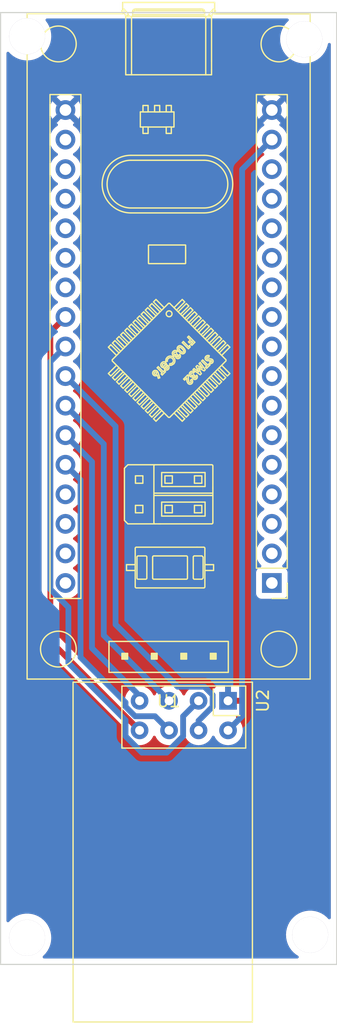
<source format=kicad_pcb>
(kicad_pcb (version 20211014) (generator pcbnew)
  (layers (0 "F.Cu" signal) (31 "B.Cu" signal) (34 "B.Paste" user) (35 "F.Paste" user) (36 "B.SilkS" user "B.Silkscreen") (37 "F.SilkS" user "F.Silkscreen") (38 "B.Mask" user) (39 "F.Mask" user) (44 "Edge.Cuts" user))
  (net 0 "")
  (net 22 "GND")
  (net 23 "+3V3")
  (net 24 "Net-(U2-Pad8)")
  (net 25 "Net-(U2-Pad3)")
  (net 26 "Net-(U2-Pad4)")
  (net 27 "Net-(U2-Pad5)")
  (net 28 "Net-(U2-Pad6)")
  (net 29 "Net-(U2-Pad7)")
  (footprint "RF_Module:nRF24L01_Breakout" (layer "F.Cu") (at 107.987 117.556 -90)
    (fp_text reference "U2" (at 0 -3 90) (layer "F.SilkS"))
    (fp_text value "NRF24L01_Breakout")
    (pad "1" thru_hole rect (at 0 0 270) (size 1.524 1.524) (drill 0.762) (layers *.Cu *.Mask) (net 22 "GND"))
    (pad "2" thru_hole circle (at 2.54 0 270) (size 1.524 1.524) (drill 0.762) (layers *.Cu *.Mask) (net 23 "+3V3"))
    (pad "3" thru_hole circle (at 0 2.54 270) (size 1.524 1.524) (drill 0.762) (layers *.Cu *.Mask) (net 25 "Net-(U2-Pad3)"))
    (pad "4" thru_hole circle (at 2.54 2.54 270) (size 1.524 1.524) (drill 0.762) (layers *.Cu *.Mask) (net 26 "Net-(U2-Pad4)"))
    (pad "5" thru_hole circle (at 0 5.08 270) (size 1.524 1.524) (drill 0.762) (layers *.Cu *.Mask) (net 27 "Net-(U2-Pad5)"))
    (pad "6" thru_hole circle (at 2.54 5.08 270) (size 1.524 1.524) (drill 0.762) (layers *.Cu *.Mask) (net 28 "Net-(U2-Pad6)"))
    (pad "7" thru_hole circle (at 0 7.62 270) (size 1.524 1.524) (drill 0.762) (layers *.Cu *.Mask) (net 29 "Net-(U2-Pad7)"))
    (pad "8" thru_hole circle (at 2.54 7.62 270) (size 1.524 1.524) (drill 0.762) (layers *.Cu *.Mask) (net 24 "Net-(U2-Pad8)"))
  )
  (footprint "Footprints:YAAJ_BlackPill_1" (layer "F.Cu") (at 111.76 107.434 180)
    (fp_text reference "U1" (at 8.89 -10.16) (layer "F.SilkS"))
    (fp_text value "YAAJ_BlackPill_Part_Like" hide)
    (pad "1" thru_hole rect locked (at 0 0 180) (size 1.7 1.7) (drill 1) (layers *.Cu *.Mask))
    (pad "2" thru_hole circle locked (at 0 2.54 180) (size 1.7 1.7) (drill 1) (layers *.Cu *.Mask))
    (pad "3" thru_hole circle locked (at 0 5.08 180) (size 1.7 1.7) (drill 1) (layers *.Cu *.Mask))
    (pad "4" thru_hole circle locked (at 0 7.62 180) (size 1.7 1.7) (drill 1) (layers *.Cu *.Mask))
    (pad "5" thru_hole circle locked (at 0 10.16 180) (size 1.7 1.7) (drill 1) (layers *.Cu *.Mask))
    (pad "6" thru_hole circle locked (at 0 12.7 180) (size 1.7 1.7) (drill 1) (layers *.Cu *.Mask))
    (pad "7" thru_hole circle locked (at 0 15.24 180) (size 1.7 1.7) (drill 1) (layers *.Cu *.Mask))
    (pad "8" thru_hole circle locked (at 0 17.78 180) (size 1.7 1.7) (drill 1) (layers *.Cu *.Mask))
    (pad "9" thru_hole circle locked (at 0 20.32 180) (size 1.7 1.7) (drill 1) (layers *.Cu *.Mask))
    (pad "10" thru_hole circle locked (at 0 22.86 180) (size 1.7 1.7) (drill 1) (layers *.Cu *.Mask))
    (pad "11" thru_hole circle locked (at 0 25.4 180) (size 1.7 1.7) (drill 1) (layers *.Cu *.Mask))
    (pad "12" thru_hole circle locked (at 0 27.94 180) (size 1.7 1.7) (drill 1) (layers *.Cu *.Mask))
    (pad "13" thru_hole circle locked (at 0 30.48 180) (size 1.7 1.7) (drill 1) (layers *.Cu *.Mask))
    (pad "14" thru_hole circle locked (at 0 33.02 180) (size 1.7 1.7) (drill 1) (layers *.Cu *.Mask))
    (pad "15" thru_hole circle locked (at 0 35.56 180) (size 1.7 1.7) (drill 1) (layers *.Cu *.Mask))
    (pad "16" thru_hole circle locked (at 0 38.1 180) (size 1.7 1.7) (drill 1) (layers *.Cu *.Mask) (net 23 "+3V3"))
    (pad "17" thru_hole circle locked (at 0 40.64 180) (size 1.7 1.7) (drill 1) (layers *.Cu *.Mask) (net 22 "GND"))
    (pad "18" thru_hole circle locked (at 17.78 40.64 180) (size 1.7 1.7) (drill 1) (layers *.Cu *.Mask) (net 22 "GND"))
    (pad "19" thru_hole circle locked (at 17.78 38.1 180) (size 1.7 1.7) (drill 1) (layers *.Cu *.Mask))
    (pad "20" thru_hole circle locked (at 17.78 35.56 180) (size 1.7 1.7) (drill 1) (layers *.Cu *.Mask))
    (pad "21" thru_hole circle locked (at 17.78 33.02 180) (size 1.7 1.7) (drill 1) (layers *.Cu *.Mask))
    (pad "22" thru_hole circle locked (at 17.78 30.48 180) (size 1.7 1.7) (drill 1) (layers *.Cu *.Mask))
    (pad "23" thru_hole circle locked (at 17.78 27.94 180) (size 1.7 1.7) (drill 1) (layers *.Cu *.Mask))
    (pad "24" thru_hole circle locked (at 17.78 25.4 180) (size 1.7 1.7) (drill 1) (layers *.Cu *.Mask))
    (pad "25" thru_hole circle locked (at 17.78 22.86 180) (size 1.7 1.7) (drill 1) (layers *.Cu *.Mask) (net 24 "Net-(U2-Pad8)"))
    (pad "26" thru_hole circle locked (at 17.78 20.32 180) (size 1.7 1.7) (drill 1) (layers *.Cu *.Mask) (net 25 "Net-(U2-Pad3)"))
    (pad "27" thru_hole circle locked (at 17.78 17.78 180) (size 1.7 1.7) (drill 1) (layers *.Cu *.Mask) (net 26 "Net-(U2-Pad4)"))
    (pad "28" thru_hole circle locked (at 17.78 15.24 180) (size 1.7 1.7) (drill 1) (layers *.Cu *.Mask) (net 27 "Net-(U2-Pad5)"))
    (pad "29" thru_hole circle locked (at 17.78 12.7 180) (size 1.7 1.7) (drill 1) (layers *.Cu *.Mask) (net 29 "Net-(U2-Pad7)"))
    (pad "30" thru_hole circle locked (at 17.78 10.16 180) (size 1.7 1.7) (drill 1) (layers *.Cu *.Mask) (net 28 "Net-(U2-Pad6)"))
    (pad "31" thru_hole circle locked (at 17.78 7.62 180) (size 1.7 1.7) (drill 1) (layers *.Cu *.Mask))
    (pad "32" thru_hole circle locked (at 17.78 5.08 180) (size 1.7 1.7) (drill 1) (layers *.Cu *.Mask))
    (pad "33" thru_hole circle locked (at 17.78 2.54 180) (size 1.7 1.7) (drill 1) (layers *.Cu *.Mask))
    (pad "34" thru_hole circle locked (at 17.78 0 180) (size 1.7 1.7) (drill 1) (layers *.Cu *.Mask))
  )
  (gr_line (start 117.348 140.208) (end 88.392 140.208) (layer "Edge.Cuts") (width 0.1))
  (gr_line (start 88.392 140.208) (end 88.392 58.42) (layer "Edge.Cuts") (width 0.1))
  (gr_line (start 88.392 58.42) (end 117.348 58.42) (layer "Edge.Cuts") (width 0.1))
  (gr_line (start 117.348 58.42) (end 117.348 140.208) (layer "Edge.Cuts") (width 0.1))
  (via (at 90.678 137.922) (size 3.1001) (drill 3.1) (layers "F.Cu" "B.Cu") (net 0))
  (via (at 90.678 60.452) (size 3.1001) (drill 3.1) (layers "F.Cu" "B.Cu") (net 0))
  (via (at 115.062 137.668) (size 3.1001) (drill 3.1) (layers "F.Cu" "B.Cu") (net 0))
  (via (at 114.554 60.706) (size 3.1001) (drill 3.1) (layers "F.Cu" "B.Cu") (net 0))
  (segment (start 109.198511 71.895489) (end 109.198511 118.884489) (width 0.5) (layer "B.Cu") (net 23))
  (segment (start 111.76 69.334) (end 109.198511 71.895489) (width 0.5) (layer "B.Cu") (net 23))
  (segment (start 109.198511 118.884489) (end 107.987 120.096) (width 0.5) (layer "B.Cu") (net 23))
  (segment (start 93.98 84.574) (end 92.680489 85.873511) (width 0.5) (layer "F.Cu") (net 24))
  (segment (start 92.680489 85.873511) (end 92.680489 112.409489) (width 0.5) (layer "F.Cu") (net 24))
  (segment (start 92.680489 112.409489) (end 100.367 120.096) (width 0.5) (layer "F.Cu") (net 24))
  (segment (start 99.155489 119.221489) (end 99.155489 120.597825) (width 0.5) (layer "B.Cu") (net 25))
  (segment (start 92.680489 107.972276) (end 94.234 109.525787) (width 0.5) (layer "B.Cu") (net 25))
  (segment (start 104.118511 120.597825) (end 104.118511 118.884489) (width 0.5) (layer "B.Cu") (net 25))
  (segment (start 93.98 87.114) (end 92.680489 88.413511) (width 0.5) (layer "B.Cu") (net 25))
  (segment (start 94.234 114.3) (end 99.155489 119.221489) (width 0.5) (layer "B.Cu") (net 25))
  (segment (start 102.709305 122.007031) (end 104.118511 120.597825) (width 0.5) (layer "B.Cu") (net 25))
  (segment (start 99.155489 120.597825) (end 100.564695 122.007031) (width 0.5) (layer "B.Cu") (net 25))
  (segment (start 92.680489 88.413511) (end 92.680489 107.972276) (width 0.5) (layer "B.Cu") (net 25))
  (segment (start 100.564695 122.007031) (end 102.709305 122.007031) (width 0.5) (layer "B.Cu") (net 25))
  (segment (start 104.118511 118.884489) (end 105.447 117.556) (width 0.5) (layer "B.Cu") (net 25))
  (segment (start 94.234 109.525787) (end 94.234 114.3) (width 0.5) (layer "B.Cu") (net 25))
  (segment (start 93.98 89.654) (end 98.298 93.972) (width 0.5) (layer "B.Cu") (net 26))
  (segment (start 98.298 93.972) (end 98.298 110.998) (width 0.5) (layer "B.Cu") (net 26))
  (segment (start 106.658511 117.054175) (end 106.658511 118.057825) (width 0.5) (layer "B.Cu") (net 26))
  (segment (start 98.298 110.998) (end 103.644489 116.344489) (width 0.5) (layer "B.Cu") (net 26))
  (segment (start 103.644489 116.344489) (end 105.948825 116.344489) (width 0.5) (layer "B.Cu") (net 26))
  (segment (start 105.447 119.269336) (end 105.447 120.096) (width 0.5) (layer "B.Cu") (net 26))
  (segment (start 105.948825 116.344489) (end 106.658511 117.054175) (width 0.5) (layer "B.Cu") (net 26))
  (segment (start 106.658511 118.057825) (end 105.447 119.269336) (width 0.5) (layer "B.Cu") (net 26))
  (segment (start 93.98 92.194) (end 97.282 95.496) (width 0.5) (layer "B.Cu") (net 27))
  (segment (start 97.282 95.496) (end 97.282 111.931) (width 0.5) (layer "B.Cu") (net 27))
  (segment (start 97.282 111.931) (end 102.907 117.556) (width 0.5) (layer "B.Cu") (net 27))
  (segment (start 95.279511 113.821511) (end 99.155489 117.697489) (width 0.5) (layer "B.Cu") (net 28))
  (segment (start 99.982153 118.884489) (end 101.695489 118.884489) (width 0.5) (layer "B.Cu") (net 28))
  (segment (start 95.279511 98.573511) (end 95.279511 113.821511) (width 0.5) (layer "B.Cu") (net 28))
  (segment (start 101.695489 118.884489) (end 102.907 120.096) (width 0.5) (layer "B.Cu") (net 28))
  (segment (start 99.155489 118.057825) (end 99.982153 118.884489) (width 0.5) (layer "B.Cu") (net 28))
  (segment (start 93.98 97.274) (end 95.279511 98.573511) (width 0.5) (layer "B.Cu") (net 28))
  (segment (start 99.155489 117.697489) (end 99.155489 118.057825) (width 0.5) (layer "B.Cu") (net 28))
  (segment (start 100.367 117.131) (end 100.367 117.556) (width 0.5) (layer "B.Cu") (net 29))
  (segment (start 96.266 113.03) (end 100.367 117.131) (width 0.5) (layer "B.Cu") (net 29))
  (segment (start 93.98 94.734) (end 96.266 97.02) (width 0.5) (layer "B.Cu") (net 29))
  (segment (start 96.266 97.02) (end 96.266 113.03) (width 0.5) (layer "B.Cu") (net 29))
  (zone (net 22) (net_name "GND") (layer "F.Cu") (connect_pads (clearance 0.508)) (min_thickness 0.254) (fill yes (thermal_gap 0.508) (thermal_bridge_width 0.508))
    (polygon (pts (xy 88.392 140.208) (xy 117.348 140.208) (xy 117.348 58.42) (xy 88.392 58.42)))
  )
  (zone (net 22) (net_name "GND") (layer "B.Cu") (connect_pads (clearance 0.508)) (min_thickness 0.254) (fill yes (thermal_gap 0.508) (thermal_bridge_width 0.508))
    (polygon (pts (xy 117.348 140.208) (xy 88.392 140.208) (xy 88.392 58.42) (xy 117.348 58.42)))
  )
)
</source>
